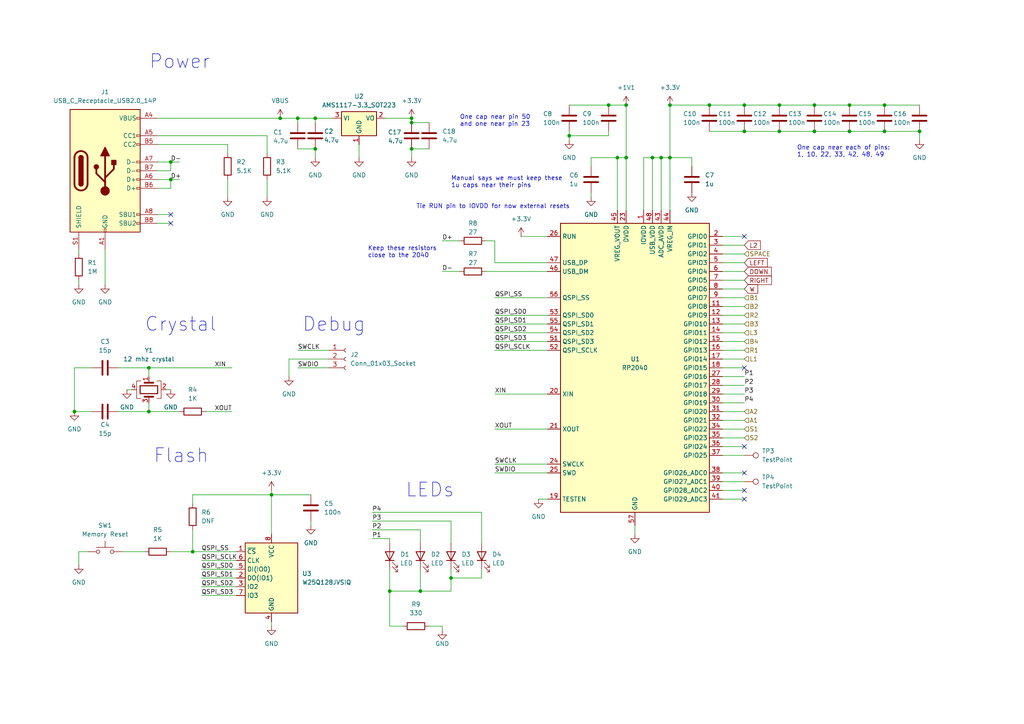
<source format=kicad_sch>
(kicad_sch (version 20231120) (generator "eeschema") (generator_version "8.0")
  (paper "A4")
  (lib_symbols
    (symbol "+3.3V_1" (power) (pin_numbers hide) (pin_names (offset 0) hide)
      (property "Value" "+3.3V" (at 0 3.556 0))
      (symbol "+3.3V_1_0_1"
        (polyline (pts (xy -0.762 1.27) (xy 0 2.54)))
        (polyline (pts (xy 0 0) (xy 0 2.54)))
        (polyline (pts (xy 0 2.54) (xy 0.762 1.27)))
      )
      (symbol "+3.3V_1_1_1"
        (pin power_in line (at 0 0 90) (length 0) (name "~") (number "1"))
      )
    )
    (symbol "Connector:Conn_01x03_Socket" (pin_names (offset 1.016) hide)
      (property "Reference" "J" (at 0 5.08 0))
      (property "Value" "Conn_01x03_Socket" (at 0 -5.08 0))
      (symbol "Conn_01x03_Socket_1_1"
        (arc (start 0 -2.032) (mid -0.5058 -2.54) (end 0 -3.048) (stroke (width 0.1524)))
        (polyline (pts (xy -1.27 -2.54) (xy -0.508 -2.54)) (stroke (width 0.1524)))
        (polyline (pts (xy -1.27 0) (xy -0.508 0)) (stroke (width 0.1524)))
        (polyline (pts (xy -1.27 2.54) (xy -0.508 2.54)) (stroke (width 0.1524)))
        (arc (start 0 0.508) (mid -0.5058 0) (end 0 -0.508) (stroke (width 0.1524)))
        (arc (start 0 3.048) (mid -0.5058 2.54) (end 0 2.032) (stroke (width 0.1524)))
        (pin passive line (at -5.08 2.54 0) (length 3.81) (name "Pin_1") (number "1"))
        (pin passive line (at -5.08 0 0) (length 3.81) (name "Pin_2") (number "2"))
        (pin passive line (at -5.08 -2.54 0) (length 3.81) (name "Pin_3") (number "3"))
      )
    )
    (symbol "Connector:TestPoint" (pin_numbers hide) (pin_names (offset 0.762) hide)
      (property "Reference" "TP" (at 0 6.858 0))
      (property "Value" "TestPoint" (at 0 5.08 0))
      (symbol "TestPoint_0_1"
        (circle (center 0 3.302) (radius 0.762))
      )
      (symbol "TestPoint_1_1"
        (pin passive line (at 0 0 90) (length 2.54) (name "1") (number "1"))
      )
    )
    (symbol "Connector:USB_C_Receptacle_USB2.0_16P" (pin_names (offset 1.016))
      (property "Reference" "J" (at 0 22.225 0))
      (property "Value" "USB_C_Receptacle_USB2.0_16P" (at 0 19.685 0))
      (symbol "USB_C_Receptacle_USB2.0_16P_0_0"
        (rectangle (start -0.254 -17.78) (end 0.254 -16.764))
        (rectangle (start 10.16 -14.986) (end 9.144 -15.494))
        (rectangle (start 10.16 -12.446) (end 9.144 -12.954))
        (rectangle (start 10.16 -4.826) (end 9.144 -5.334))
        (rectangle (start 10.16 -2.286) (end 9.144 -2.794))
        (rectangle (start 10.16 0.254) (end 9.144 -0.254))
        (rectangle (start 10.16 2.794) (end 9.144 2.286))
        (rectangle (start 10.16 7.874) (end 9.144 7.366))
        (rectangle (start 10.16 10.414) (end 9.144 9.906))
        (rectangle (start 10.16 15.494) (end 9.144 14.986))
      )
      (symbol "USB_C_Receptacle_USB2.0_16P_0_1"
        (rectangle (start -10.16 17.78) (end 10.16 -17.78) (stroke (width 0.254)) (fill (type background)))
        (arc (start -8.89 -3.81) (mid -6.985 -5.7067) (end -5.08 -3.81) (stroke (width 0.508)))
        (arc (start -7.62 -3.81) (mid -6.985 -4.4423) (end -6.35 -3.81) (stroke (width 0.254)))
        (arc (start -7.62 -3.81) (mid -6.985 -4.4423) (end -6.35 -3.81) (stroke (width 0.254)) (fill (type outline)))
        (rectangle (start -7.62 -3.81) (end -6.35 3.81) (stroke (width 0.254)) (fill (type outline)))
        (arc (start -6.35 3.81) (mid -6.985 4.4423) (end -7.62 3.81) (stroke (width 0.254)))
        (arc (start -6.35 3.81) (mid -6.985 4.4423) (end -7.62 3.81) (stroke (width 0.254)) (fill (type outline)))
        (arc (start -5.08 3.81) (mid -6.985 5.7067) (end -8.89 3.81) (stroke (width 0.508)))
        (circle (center -2.54 1.143) (radius 0.635) (stroke (width 0.254)) (fill (type outline)))
        (circle (center 0 -5.842) (radius 1.27) (fill (type outline)))
        (polyline (pts (xy -8.89 -3.81) (xy -8.89 3.81)) (stroke (width 0.508)))
        (polyline (pts (xy -5.08 3.81) (xy -5.08 -3.81)) (stroke (width 0.508)))
        (polyline (pts (xy 0 -5.842) (xy 0 4.318)) (stroke (width 0.508)))
        (polyline (pts (xy 0 -3.302) (xy -2.54 -0.762) (xy -2.54 0.508)) (stroke (width 0.508)))
        (polyline (pts (xy 0 -2.032) (xy 2.54 0.508) (xy 2.54 1.778)) (stroke (width 0.508)))
        (polyline (pts (xy -1.27 4.318) (xy 0 6.858) (xy 1.27 4.318) (xy -1.27 4.318)) (stroke (width 0.254)) (fill (type outline)))
        (rectangle (start 1.905 1.778) (end 3.175 3.048) (stroke (width 0.254)) (fill (type outline)))
      )
      (symbol "USB_C_Receptacle_USB2.0_16P_1_1"
        (pin passive line (at 0 -22.86 90) (length 5.08) (name "GND") (number "A1"))
        (pin passive line (at 0 -22.86 90) (length 5.08) hide (name "GND") (number "A12"))
        (pin passive line (at 15.24 15.24 180) (length 5.08) (name "VBUS") (number "A4"))
        (pin bidirectional line (at 15.24 10.16 180) (length 5.08) (name "CC1") (number "A5"))
        (pin bidirectional line (at 15.24 -2.54 180) (length 5.08) (name "D+") (number "A6"))
        (pin bidirectional line (at 15.24 2.54 180) (length 5.08) (name "D-") (number "A7"))
        (pin bidirectional line (at 15.24 -12.7 180) (length 5.08) (name "SBU1") (number "A8"))
        (pin passive line (at 15.24 15.24 180) (length 5.08) hide (name "VBUS") (number "A9"))
        (pin passive line (at 0 -22.86 90) (length 5.08) hide (name "GND") (number "B1"))
        (pin passive line (at 0 -22.86 90) (length 5.08) hide (name "GND") (number "B12"))
        (pin passive line (at 15.24 15.24 180) (length 5.08) hide (name "VBUS") (number "B4"))
        (pin bidirectional line (at 15.24 7.62 180) (length 5.08) (name "CC2") (number "B5"))
        (pin bidirectional line (at 15.24 -5.08 180) (length 5.08) (name "D+") (number "B6"))
        (pin bidirectional line (at 15.24 0 180) (length 5.08) (name "D-") (number "B7"))
        (pin bidirectional line (at 15.24 -15.24 180) (length 5.08) (name "SBU2") (number "B8"))
        (pin passive line (at 15.24 15.24 180) (length 5.08) hide (name "VBUS") (number "B9"))
        (pin passive line (at -7.62 -22.86 90) (length 5.08) (name "SHIELD") (number "S1"))
      )
    )
    (symbol "Device:C" (pin_numbers hide) (pin_names (offset 0.254))
      (property "Reference" "C" (at 0.635 2.54 0))
      (property "Value" "C" (at 0.635 -2.54 0))
      (symbol "C_0_1"
        (polyline (pts (xy -2.032 -0.762) (xy 2.032 -0.762)) (stroke (width 0.508)))
        (polyline (pts (xy -2.032 0.762) (xy 2.032 0.762)) (stroke (width 0.508)))
      )
      (symbol "C_1_1"
        (pin passive line (at 0 3.81 270) (length 2.794) (name "~") (number "1"))
        (pin passive line (at 0 -3.81 90) (length 2.794) (name "~") (number "2"))
      )
    )
    (symbol "Device:Crystal_GND24" (pin_names (offset 1.016) hide)
      (property "Reference" "Y" (at 3.175 5.08 0))
      (property "Value" "Crystal_GND24" (at 3.175 3.175 0))
      (symbol "Crystal_GND24_0_1"
        (rectangle (start -1.143 2.54) (end 1.143 -2.54) (stroke (width 0.3048)))
        (polyline (pts (xy -2.54 0) (xy -2.032 0)))
        (polyline (pts (xy -2.032 -1.27) (xy -2.032 1.27)) (stroke (width 0.508)))
        (polyline (pts (xy 0 -3.81) (xy 0 -3.556)))
        (polyline (pts (xy 0 3.556) (xy 0 3.81)))
        (polyline (pts (xy 2.032 -1.27) (xy 2.032 1.27)) (stroke (width 0.508)))
        (polyline (pts (xy 2.032 0) (xy 2.54 0)))
        (polyline (pts (xy -2.54 -2.286) (xy -2.54 -3.556) (xy 2.54 -3.556) (xy 2.54 -2.286)))
        (polyline (pts (xy -2.54 2.286) (xy -2.54 3.556) (xy 2.54 3.556) (xy 2.54 2.286)))
      )
      (symbol "Crystal_GND24_1_1"
        (pin passive line (at -3.81 0 0) (length 1.27) (name "1") (number "1"))
        (pin passive line (at 0 5.08 270) (length 1.27) (name "2") (number "2"))
        (pin passive line (at 3.81 0 180) (length 1.27) (name "3") (number "3"))
        (pin passive line (at 0 -5.08 90) (length 1.27) (name "4") (number "4"))
      )
    )
    (symbol "Device:LED" (pin_numbers hide) (pin_names (offset 1.016) hide)
      (property "Reference" "D" (at 0 2.54 0))
      (property "Value" "LED" (at 0 -2.54 0))
      (symbol "LED_0_1"
        (polyline (pts (xy -1.27 -1.27) (xy -1.27 1.27)) (stroke (width 0.254)))
        (polyline (pts (xy -1.27 0) (xy 1.27 0)))
        (polyline (pts (xy 1.27 -1.27) (xy 1.27 1.27) (xy -1.27 0) (xy 1.27 -1.27)) (stroke (width 0.254)))
        (polyline (pts (xy -3.048 -0.762) (xy -4.572 -2.286) (xy -3.81 -2.286) (xy -4.572 -2.286) (xy -4.572 -1.524)))
        (polyline (pts (xy -1.778 -0.762) (xy -3.302 -2.286) (xy -2.54 -2.286) (xy -3.302 -2.286) (xy -3.302 -1.524)))
      )
      (symbol "LED_1_1"
        (pin passive line (at -3.81 0 0) (length 2.54) (name "K") (number "1"))
        (pin passive line (at 3.81 0 180) (length 2.54) (name "A") (number "2"))
      )
    )
    (symbol "Device:R" (pin_numbers hide) (pin_names (offset 0))
      (property "Reference" "R" (at 2.032 0 90))
      (property "Value" "R" (at 0 0 90))
      (symbol "R_0_1"
        (rectangle (start -1.016 -2.54) (end 1.016 2.54) (stroke (width 0.254)))
      )
      (symbol "R_1_1"
        (pin passive line (at 0 3.81 270) (length 1.27) (name "~") (number "1"))
        (pin passive line (at 0 -3.81 90) (length 1.27) (name "~") (number "2"))
      )
    )
    (symbol "GND_2" (power) (pin_numbers hide) (pin_names (offset 0) hide)
      (property "Value" "GND" (at 0 -3.81 0))
      (symbol "GND_2_0_1"
        (polyline (pts (xy 0 0) (xy 0 -1.27) (xy 1.27 -1.27) (xy 0 -2.54) (xy -1.27 -1.27) (xy 0 -1.27)))
      )
      (symbol "GND_2_1_1"
        (pin power_in line (at 0 0 270) (length 0) (name "~") (number "1"))
      )
    )
    (symbol "MCU_RaspberryPi:RP2040"
      (property "Reference" "U" (at 17.78 45.72 0))
      (property "Value" "RP2040" (at 17.78 43.18 0))
      (symbol "RP2040_0_1"
        (rectangle (start -21.59 41.91) (end 21.59 -41.91) (stroke (width 0.254)) (fill (type background)))
      )
      (symbol "RP2040_1_1"
        (pin power_in line (at 2.54 45.72 270) (length 3.81) (name "IOVDD") (number "1"))
        (pin passive line (at 2.54 45.72 270) (length 3.81) hide (name "IOVDD") (number "10"))
        (pin bidirectional line (at 25.4 17.78 180) (length 3.81) (name "GPIO8") (number "11"))
        (pin bidirectional line (at 25.4 15.24 180) (length 3.81) (name "GPIO9") (number "12"))
        (pin bidirectional line (at 25.4 12.7 180) (length 3.81) (name "GPIO10") (number "13"))
        (pin bidirectional line (at 25.4 10.16 180) (length 3.81) (name "GPIO11") (number "14"))
        (pin bidirectional line (at 25.4 7.62 180) (length 3.81) (name "GPIO12") (number "15"))
        (pin bidirectional line (at 25.4 5.08 180) (length 3.81) (name "GPIO13") (number "16"))
        (pin bidirectional line (at 25.4 2.54 180) (length 3.81) (name "GPIO14") (number "17"))
        (pin bidirectional line (at 25.4 0 180) (length 3.81) (name "GPIO15") (number "18"))
        (pin input line (at -25.4 -38.1 0) (length 3.81) (name "TESTEN") (number "19"))
        (pin bidirectional line (at 25.4 38.1 180) (length 3.81) (name "GPIO0") (number "2"))
        (pin input line (at -25.4 -7.62 0) (length 3.81) (name "XIN") (number "20"))
        (pin passive line (at -25.4 -17.78 0) (length 3.81) (name "XOUT") (number "21"))
        (pin passive line (at 2.54 45.72 270) (length 3.81) hide (name "IOVDD") (number "22"))
        (pin power_in line (at -2.54 45.72 270) (length 3.81) (name "DVDD") (number "23"))
        (pin input line (at -25.4 -27.94 0) (length 3.81) (name "SWCLK") (number "24"))
        (pin bidirectional line (at -25.4 -30.48 0) (length 3.81) (name "SWD") (number "25"))
        (pin input line (at -25.4 38.1 0) (length 3.81) (name "RUN") (number "26"))
        (pin bidirectional line (at 25.4 -2.54 180) (length 3.81) (name "GPIO16") (number "27"))
        (pin bidirectional line (at 25.4 -5.08 180) (length 3.81) (name "GPIO17") (number "28"))
        (pin bidirectional line (at 25.4 -7.62 180) (length 3.81) (name "GPIO18") (number "29"))
        (pin bidirectional line (at 25.4 35.56 180) (length 3.81) (name "GPIO1") (number "3"))
        (pin bidirectional line (at 25.4 -10.16 180) (length 3.81) (name "GPIO19") (number "30"))
        (pin bidirectional line (at 25.4 -12.7 180) (length 3.81) (name "GPIO20") (number "31"))
        (pin bidirectional line (at 25.4 -15.24 180) (length 3.81) (name "GPIO21") (number "32"))
        (pin passive line (at 2.54 45.72 270) (length 3.81) hide (name "IOVDD") (number "33"))
        (pin bidirectional line (at 25.4 -17.78 180) (length 3.81) (name "GPIO22") (number "34"))
        (pin bidirectional line (at 25.4 -20.32 180) (length 3.81) (name "GPIO23") (number "35"))
        (pin bidirectional line (at 25.4 -22.86 180) (length 3.81) (name "GPIO24") (number "36"))
        (pin bidirectional line (at 25.4 -25.4 180) (length 3.81) (name "GPIO25") (number "37"))
        (pin bidirectional line (at 25.4 -30.48 180) (length 3.81) (name "GPIO26_ADC0") (number "38"))
        (pin bidirectional line (at 25.4 -33.02 180) (length 3.81) (name "GPIO27_ADC1") (number "39"))
        (pin bidirectional line (at 25.4 33.02 180) (length 3.81) (name "GPIO2") (number "4"))
        (pin bidirectional line (at 25.4 -35.56 180) (length 3.81) (name "GPIO28_ADC2") (number "40"))
        (pin bidirectional line (at 25.4 -38.1 180) (length 3.81) (name "GPIO29_ADC3") (number "41"))
        (pin passive line (at 2.54 45.72 270) (length 3.81) hide (name "IOVDD") (number "42"))
        (pin power_in line (at 7.62 45.72 270) (length 3.81) (name "ADC_AVDD") (number "43"))
        (pin power_in line (at 10.16 45.72 270) (length 3.81) (name "VREG_IN") (number "44"))
        (pin power_out line (at -5.08 45.72 270) (length 3.81) (name "VREG_VOUT") (number "45"))
        (pin bidirectional line (at -25.4 27.94 0) (length 3.81) (name "USB_DM") (number "46"))
        (pin bidirectional line (at -25.4 30.48 0) (length 3.81) (name "USB_DP") (number "47"))
        (pin power_in line (at 5.08 45.72 270) (length 3.81) (name "USB_VDD") (number "48"))
        (pin passive line (at 2.54 45.72 270) (length 3.81) hide (name "IOVDD") (number "49"))
        (pin bidirectional line (at 25.4 30.48 180) (length 3.81) (name "GPIO3") (number "5"))
        (pin passive line (at -2.54 45.72 270) (length 3.81) hide (name "DVDD") (number "50"))
        (pin bidirectional line (at -25.4 7.62 0) (length 3.81) (name "QSPI_SD3") (number "51"))
        (pin output line (at -25.4 5.08 0) (length 3.81) (name "QSPI_SCLK") (number "52"))
        (pin bidirectional line (at -25.4 15.24 0) (length 3.81) (name "QSPI_SD0") (number "53"))
        (pin bidirectional line (at -25.4 10.16 0) (length 3.81) (name "QSPI_SD2") (number "54"))
        (pin bidirectional line (at -25.4 12.7 0) (length 3.81) (name "QSPI_SD1") (number "55"))
        (pin bidirectional line (at -25.4 20.32 0) (length 3.81) (name "QSPI_SS") (number "56"))
        (pin power_in line (at 0 -45.72 90) (length 3.81) (name "GND") (number "57"))
        (pin bidirectional line (at 25.4 27.94 180) (length 3.81) (name "GPIO4") (number "6"))
        (pin bidirectional line (at 25.4 25.4 180) (length 3.81) (name "GPIO5") (number "7"))
        (pin bidirectional line (at 25.4 22.86 180) (length 3.81) (name "GPIO6") (number "8"))
        (pin bidirectional line (at 25.4 20.32 180) (length 3.81) (name "GPIO7") (number "9"))
      )
    )
    (symbol "Memory_Flash:W25Q32JVSS"
      (property "Reference" "U" (at -6.35 11.43 0))
      (property "Value" "W25Q32JVSS" (at 7.62 11.43 0))
      (symbol "W25Q32JVSS_0_1"
        (rectangle (start -7.62 10.16) (end 7.62 -10.16) (stroke (width 0.254)) (fill (type background)))
      )
      (symbol "W25Q32JVSS_1_1"
        (pin input line (at -10.16 7.62 0) (length 2.54) (name "~{CS}") (number "1"))
        (pin bidirectional line (at -10.16 0 0) (length 2.54) (name "DO(IO1)") (number "2"))
        (pin bidirectional line (at -10.16 -2.54 0) (length 2.54) (name "IO2") (number "3"))
        (pin power_in line (at 0 -12.7 90) (length 2.54) (name "GND") (number "4"))
        (pin bidirectional line (at -10.16 2.54 0) (length 2.54) (name "DI(IO0)") (number "5"))
        (pin input line (at -10.16 5.08 0) (length 2.54) (name "CLK") (number "6"))
        (pin bidirectional line (at -10.16 -5.08 0) (length 2.54) (name "IO3") (number "7"))
        (pin power_in line (at 0 12.7 270) (length 2.54) (name "VCC") (number "8"))
      )
    )
    (symbol "Regulator_Linear:NCP1117-3.3_SOT223"
      (property "Reference" "U" (at -3.81 3.175 0))
      (property "Value" "NCP1117-3.3_SOT223" (at 0 3.175 0))
      (symbol "NCP1117-3.3_SOT223_0_1"
        (rectangle (start -5.08 -5.08) (end 5.08 1.905) (stroke (width 0.254)) (fill (type background)))
      )
      (symbol "NCP1117-3.3_SOT223_1_1"
        (pin power_in line (at 0 -7.62 90) (length 2.54) (name "GND") (number "1"))
        (pin power_out line (at 7.62 0 180) (length 2.54) (name "VO") (number "2"))
        (pin power_in line (at -7.62 0 0) (length 2.54) (name "VI") (number "3"))
      )
    )
    (symbol "Switch:SW_Push" (pin_numbers hide) (pin_names (offset 1.016) hide)
      (property "Reference" "SW" (at 1.27 2.54 0))
      (property "Value" "SW_Push" (at 0 -1.524 0))
      (symbol "SW_Push_0_1"
        (circle (center -2.032 0) (radius 0.508))
        (polyline (pts (xy 0 1.27) (xy 0 3.048)))
        (polyline (pts (xy 2.54 1.27) (xy -2.54 1.27)))
        (circle (center 2.032 0) (radius 0.508))
        (pin passive line (at -5.08 0 0) (length 2.54) (name "1") (number "1"))
        (pin passive line (at 5.08 0 180) (length 2.54) (name "2") (number "2"))
      )
    )
    (symbol "power:+1V1" (power) (pin_names (offset 0))
      (property "Value" "+1V1" (at 0 3.556 0))
      (symbol "+1V1_0_1"
        (polyline (pts (xy -0.762 1.27) (xy 0 2.54)))
        (polyline (pts (xy 0 0) (xy 0 2.54)))
        (polyline (pts (xy 0 2.54) (xy 0.762 1.27)))
      )
      (symbol "+1V1_1_1"
        (pin power_in line (at 0 0 90) (length 0) hide (name "+1V1") (number "1"))
      )
    )
    (symbol "power:+3.3V" (power) (pin_names (offset 0))
      (property "Value" "+3.3V" (at 0 3.556 0))
      (symbol "+3.3V_0_1"
        (polyline (pts (xy -0.762 1.27) (xy 0 2.54)))
        (polyline (pts (xy 0 0) (xy 0 2.54)))
        (polyline (pts (xy 0 2.54) (xy 0.762 1.27)))
      )
      (symbol "+3.3V_1_1"
        (pin power_in line (at 0 0 90) (length 0) hide (name "+3.3V") (number "1"))
      )
    )
    (symbol "power:GND" (power) (pin_names (offset 0))
      (property "Value" "GND" (at 0 -3.81 0))
      (symbol "GND_0_1"
        (polyline (pts (xy 0 0) (xy 0 -1.27) (xy 1.27 -1.27) (xy 0 -2.54) (xy -1.27 -1.27) (xy 0 -1.27)))
      )
      (symbol "GND_1_1"
        (pin power_in line (at 0 0 270) (length 0) hide (name "GND") (number "1"))
      )
    )
    (symbol "power:VBUS" (power) (pin_names (offset 0))
      (property "Value" "VBUS" (at 0 3.81 0))
      (symbol "VBUS_0_1"
        (polyline (pts (xy -0.762 1.27) (xy 0 2.54)))
        (polyline (pts (xy 0 0) (xy 0 2.54)))
        (polyline (pts (xy 0 2.54) (xy 0.762 1.27)))
      )
      (symbol "VBUS_1_1"
        (pin power_in line (at 0 0 90) (length 0) hide (name "VBUS") (number "1"))
      )
    )
  )
  (junction (at 181.61 30.48))
  (junction (at 236.22 38.1))
  (junction (at 194.31 45.72))
  (junction (at 266.7 38.1))
  (junction (at 49.53 46.99))
  (junction (at 246.38 30.48))
  (junction (at 181.61 45.72))
  (junction (at 226.06 30.48))
  (junction (at 21.59 119.38))
  (junction (at 91.44 34.29))
  (junction (at 191.77 45.72))
  (junction (at 91.44 43.18))
  (junction (at 179.07 45.72))
  (junction (at 256.54 38.1))
  (junction (at 226.06 38.1))
  (junction (at 205.74 30.48))
  (junction (at 81.28 34.29))
  (junction (at 246.38 38.1))
  (junction (at 194.31 30.48))
  (junction (at 236.22 30.48))
  (junction (at 43.18 119.38))
  (junction (at 189.23 45.72))
  (junction (at 119.38 34.29))
  (junction (at 119.38 43.18))
  (junction (at 49.53 52.07))
  (junction (at 55.88 160.02))
  (junction (at 176.53 30.48))
  (junction (at 215.9 30.48))
  (junction (at 119.38 35.56))
  (junction (at 78.74 143.51))
  (junction (at 215.9 38.1))
  (junction (at 43.18 106.68))
  (junction (at 256.54 30.48))
  (junction (at 130.81 167.64))
  (junction (at 165.1 39.37))
  (junction (at 121.92 171.45))
  (junction (at 86.36 34.29))
  (junction (at 113.03 171.45))
  (no_connect (at 215.9 144.78))
  (no_connect (at 49.53 64.77))
  (no_connect (at 215.9 129.54))
  (no_connect (at 215.9 106.68))
  (no_connect (at 215.9 142.24))
  (no_connect (at 215.9 137.16))
  (no_connect (at 215.9 68.58))
  (no_connect (at 49.53 62.23))
  (wire (pts (xy 246.38 30.48) (xy 256.54 30.48)))
  (wire (pts (xy 209.55 139.7) (xy 215.9 139.7)))
  (wire (pts (xy 119.38 43.18) (xy 124.46 43.18)))
  (wire (pts (xy 58.42 167.64) (xy 68.58 167.64)))
  (wire (pts (xy 165.1 39.37) (xy 165.1 40.64)))
  (wire (pts (xy 143.51 134.62) (xy 158.75 134.62)))
  (wire (pts (xy 119.38 35.56) (xy 119.38 34.29)))
  (wire (pts (xy 78.74 180.34) (xy 78.74 181.61)))
  (wire (pts (xy 143.51 86.36) (xy 158.75 86.36)))
  (wire (pts (xy 34.29 106.68) (xy 43.18 106.68)))
  (wire (pts (xy 49.53 49.53) (xy 49.53 46.99)))
  (wire (pts (xy 176.53 38.1) (xy 176.53 39.37)))
  (wire (pts (xy 104.14 41.91) (xy 104.14 45.72)))
  (wire (pts (xy 91.44 43.18) (xy 91.44 45.72)))
  (wire (pts (xy 143.51 114.3) (xy 158.75 114.3)))
  (wire (pts (xy 209.55 101.6) (xy 215.9 101.6)))
  (wire (pts (xy 140.97 78.74) (xy 158.75 78.74)))
  (wire (pts (xy 189.23 45.72) (xy 191.77 45.72)))
  (wire (pts (xy 45.72 54.61) (xy 49.53 54.61)))
  (wire (pts (xy 143.51 99.06) (xy 158.75 99.06)))
  (wire (pts (xy 158.75 76.2) (xy 143.51 76.2)))
  (wire (pts (xy 130.81 151.13) (xy 130.81 157.48)))
  (wire (pts (xy 128.27 181.61) (xy 128.27 182.88)))
  (wire (pts (xy 45.72 49.53) (xy 49.53 49.53)))
  (wire (pts (xy 128.27 69.85) (xy 133.35 69.85)))
  (wire (pts (xy 45.72 64.77) (xy 49.53 64.77)))
  (wire (pts (xy 139.7 165.1) (xy 139.7 167.64)))
  (wire (pts (xy 77.47 52.07) (xy 77.47 57.15)))
  (wire (pts (xy 130.81 167.64) (xy 130.81 171.45)))
  (wire (pts (xy 156.21 144.78) (xy 158.75 144.78)))
  (wire (pts (xy 34.29 119.38) (xy 43.18 119.38)))
  (wire (pts (xy 209.55 144.78) (xy 215.9 144.78)))
  (wire (pts (xy 256.54 38.1) (xy 266.7 38.1)))
  (wire (pts (xy 194.31 45.72) (xy 194.31 60.96)))
  (wire (pts (xy 209.55 104.14) (xy 215.9 104.14)))
  (wire (pts (xy 209.55 71.12) (xy 215.9 71.12)))
  (wire (pts (xy 43.18 119.38) (xy 52.07 119.38)))
  (wire (pts (xy 66.04 52.07) (xy 66.04 57.15)))
  (wire (pts (xy 45.72 52.07) (xy 49.53 52.07)))
  (wire (pts (xy 91.44 34.29) (xy 91.44 35.56)))
  (wire (pts (xy 209.55 111.76) (xy 215.9 111.76)))
  (wire (pts (xy 209.55 121.92) (xy 215.9 121.92)))
  (wire (pts (xy 186.69 45.72) (xy 189.23 45.72)))
  (wire (pts (xy 209.55 106.68) (xy 215.9 106.68)))
  (wire (pts (xy 95.25 104.14) (xy 83.82 104.14)))
  (wire (pts (xy 86.36 34.29) (xy 91.44 34.29)))
  (wire (pts (xy 119.38 43.18) (xy 119.38 45.72)))
  (wire (pts (xy 66.04 41.91) (xy 66.04 44.45)))
  (wire (pts (xy 194.31 30.48) (xy 194.31 45.72)))
  (wire (pts (xy 209.55 73.66) (xy 215.9 73.66)))
  (wire (pts (xy 45.72 39.37) (xy 77.47 39.37)))
  (wire (pts (xy 181.61 30.48) (xy 181.61 45.72)))
  (wire (pts (xy 130.81 165.1) (xy 130.81 167.64)))
  (wire (pts (xy 86.36 34.29) (xy 86.36 35.56)))
  (wire (pts (xy 181.61 45.72) (xy 181.61 60.96)))
  (wire (pts (xy 35.56 160.02) (xy 41.91 160.02)))
  (wire (pts (xy 209.55 68.58) (xy 215.9 68.58)))
  (wire (pts (xy 209.55 109.22) (xy 215.9 109.22)))
  (wire (pts (xy 143.51 93.98) (xy 158.75 93.98)))
  (wire (pts (xy 194.31 45.72) (xy 200.66 45.72)))
  (wire (pts (xy 143.51 137.16) (xy 158.75 137.16)))
  (wire (pts (xy 209.55 86.36) (xy 215.9 86.36)))
  (wire (pts (xy 209.55 78.74) (xy 215.9 78.74)))
  (wire (pts (xy 143.51 69.85) (xy 143.51 76.2)))
  (wire (pts (xy 143.51 101.6) (xy 158.75 101.6)))
  (wire (pts (xy 165.1 39.37) (xy 176.53 39.37)))
  (wire (pts (xy 179.07 45.72) (xy 179.07 60.96)))
  (wire (pts (xy 226.06 38.1) (xy 236.22 38.1)))
  (wire (pts (xy 124.46 181.61) (xy 128.27 181.61)))
  (wire (pts (xy 209.55 81.28) (xy 215.9 81.28)))
  (wire (pts (xy 209.55 83.82) (xy 215.9 83.82)))
  (wire (pts (xy 78.74 142.24) (xy 78.74 143.51)))
  (wire (pts (xy 151.13 68.58) (xy 158.75 68.58)))
  (wire (pts (xy 256.54 30.48) (xy 266.7 30.48)))
  (wire (pts (xy 189.23 45.72) (xy 189.23 60.96)))
  (wire (pts (xy 209.55 114.3) (xy 215.9 114.3)))
  (wire (pts (xy 45.72 46.99) (xy 49.53 46.99)))
  (wire (pts (xy 21.59 106.68) (xy 26.67 106.68)))
  (wire (pts (xy 83.82 104.14) (xy 83.82 109.22)))
  (wire (pts (xy 49.53 54.61) (xy 49.53 52.07)))
  (wire (pts (xy 43.18 119.38) (xy 43.18 116.84)))
  (wire (pts (xy 113.03 171.45) (xy 121.92 171.45)))
  (wire (pts (xy 215.9 38.1) (xy 226.06 38.1)))
  (wire (pts (xy 158.75 124.46) (xy 143.51 124.46)))
  (wire (pts (xy 165.1 30.48) (xy 176.53 30.48)))
  (wire (pts (xy 215.9 30.48) (xy 226.06 30.48)))
  (wire (pts (xy 113.03 165.1) (xy 113.03 171.45)))
  (wire (pts (xy 22.86 160.02) (xy 25.4 160.02)))
  (wire (pts (xy 49.53 46.99) (xy 52.07 46.99)))
  (wire (pts (xy 184.15 152.4) (xy 184.15 154.94)))
  (wire (pts (xy 22.86 81.28) (xy 22.86 82.55)))
  (wire (pts (xy 209.55 99.06) (xy 215.9 99.06)))
  (wire (pts (xy 128.27 78.74) (xy 133.35 78.74)))
  (wire (pts (xy 21.59 119.38) (xy 26.67 119.38)))
  (wire (pts (xy 179.07 45.72) (xy 171.45 45.72)))
  (wire (pts (xy 91.44 34.29) (xy 96.52 34.29)))
  (wire (pts (xy 116.84 181.61) (xy 113.03 181.61)))
  (wire (pts (xy 113.03 156.21) (xy 113.03 157.48)))
  (wire (pts (xy 48.26 113.03) (xy 49.53 113.03)))
  (wire (pts (xy 266.7 38.1) (xy 266.7 40.64)))
  (wire (pts (xy 78.74 143.51) (xy 78.74 154.94)))
  (wire (pts (xy 209.55 116.84) (xy 215.9 116.84)))
  (wire (pts (xy 45.72 62.23) (xy 49.53 62.23)))
  (wire (pts (xy 30.48 72.39) (xy 30.48 82.55)))
  (wire (pts (xy 58.42 165.1) (xy 68.58 165.1)))
  (wire (pts (xy 181.61 45.72) (xy 179.07 45.72)))
  (wire (pts (xy 209.55 88.9) (xy 215.9 88.9)))
  (wire (pts (xy 36.83 113.03) (xy 38.1 113.03)))
  (wire (pts (xy 49.53 52.07) (xy 52.07 52.07)))
  (wire (pts (xy 209.55 76.2) (xy 215.9 76.2)))
  (wire (pts (xy 209.55 142.24) (xy 215.9 142.24)))
  (wire (pts (xy 49.53 160.02) (xy 55.88 160.02)))
  (wire (pts (xy 45.72 34.29) (xy 81.28 34.29)))
  (wire (pts (xy 107.95 156.21) (xy 113.03 156.21)))
  (wire (pts (xy 143.51 91.44) (xy 158.75 91.44)))
  (wire (pts (xy 121.92 153.67) (xy 121.92 157.48)))
  (wire (pts (xy 107.95 151.13) (xy 130.81 151.13)))
  (wire (pts (xy 143.51 96.52) (xy 158.75 96.52)))
  (wire (pts (xy 86.36 43.18) (xy 91.44 43.18)))
  (wire (pts (xy 140.97 69.85) (xy 143.51 69.85)))
  (wire (pts (xy 55.88 143.51) (xy 78.74 143.51)))
  (wire (pts (xy 191.77 45.72) (xy 194.31 45.72)))
  (wire (pts (xy 209.55 93.98) (xy 215.9 93.98)))
  (wire (pts (xy 121.92 165.1) (xy 121.92 171.45)))
  (wire (pts (xy 121.92 171.45) (xy 130.81 171.45)))
  (wire (pts (xy 209.55 124.46) (xy 215.9 124.46)))
  (wire (pts (xy 90.17 151.13) (xy 90.17 152.4)))
  (wire (pts (xy 22.86 160.02) (xy 22.86 163.83)))
  (wire (pts (xy 119.38 35.56) (xy 124.46 35.56)))
  (wire (pts (xy 209.55 132.08) (xy 215.9 132.08)))
  (wire (pts (xy 58.42 172.72) (xy 68.58 172.72)))
  (wire (pts (xy 236.22 38.1) (xy 246.38 38.1)))
  (wire (pts (xy 43.18 106.68) (xy 43.18 109.22)))
  (wire (pts (xy 43.18 106.68) (xy 67.31 106.68)))
  (wire (pts (xy 236.22 30.48) (xy 246.38 30.48)))
  (wire (pts (xy 165.1 38.1) (xy 165.1 39.37)))
  (wire (pts (xy 81.28 34.29) (xy 86.36 34.29)))
  (wire (pts (xy 226.06 30.48) (xy 236.22 30.48)))
  (wire (pts (xy 186.69 60.96) (xy 186.69 45.72)))
  (wire (pts (xy 21.59 119.38) (xy 21.59 106.68)))
  (wire (pts (xy 107.95 148.59) (xy 139.7 148.59)))
  (wire (pts (xy 45.72 41.91) (xy 66.04 41.91)))
  (wire (pts (xy 55.88 146.05) (xy 55.88 143.51)))
  (wire (pts (xy 58.42 162.56) (xy 68.58 162.56)))
  (wire (pts (xy 58.42 170.18) (xy 68.58 170.18)))
  (wire (pts (xy 22.86 72.39) (xy 22.86 73.66)))
  (wire (pts (xy 209.55 127) (xy 215.9 127)))
  (wire (pts (xy 139.7 167.64) (xy 130.81 167.64)))
  (wire (pts (xy 86.36 101.6) (xy 95.25 101.6)))
  (wire (pts (xy 107.95 153.67) (xy 121.92 153.67)))
  (wire (pts (xy 200.66 48.26) (xy 200.66 45.72)))
  (wire (pts (xy 55.88 160.02) (xy 68.58 160.02)))
  (wire (pts (xy 209.55 137.16) (xy 215.9 137.16)))
  (wire (pts (xy 55.88 153.67) (xy 55.88 160.02)))
  (wire (pts (xy 171.45 55.88) (xy 171.45 57.15)))
  (wire (pts (xy 209.55 119.38) (xy 215.9 119.38)))
  (wire (pts (xy 86.36 106.68) (xy 95.25 106.68)))
  (wire (pts (xy 246.38 38.1) (xy 256.54 38.1)))
  (wire (pts (xy 113.03 171.45) (xy 113.03 181.61)))
  (wire (pts (xy 176.53 30.48) (xy 181.61 30.48)))
  (wire (pts (xy 78.74 143.51) (xy 90.17 143.51)))
  (wire (pts (xy 205.74 30.48) (xy 215.9 30.48)))
  (wire (pts (xy 139.7 148.59) (xy 139.7 157.48)))
  (wire (pts (xy 191.77 45.72) (xy 191.77 60.96)))
  (wire (pts (xy 209.55 91.44) (xy 215.9 91.44)))
  (wire (pts (xy 59.69 119.38) (xy 67.31 119.38)))
  (wire (pts (xy 194.31 30.48) (xy 205.74 30.48)))
  (wire (pts (xy 171.45 45.72) (xy 171.45 48.26)))
  (wire (pts (xy 209.55 96.52) (xy 215.9 96.52)))
  (wire (pts (xy 209.55 129.54) (xy 215.9 129.54)))
  (wire (pts (xy 205.74 38.1) (xy 215.9 38.1)))
  (wire (pts (xy 77.47 39.37) (xy 77.47 44.45)))
  (wire (pts (xy 111.76 34.29) (xy 119.38 34.29)))
  (text "Crystal" (at 41.91 96.52 0) (effects (font (size 4 4)) (justify left bottom)))
  (text "Keep these resistors\nclose to the 2040" (at 106.68 74.93 0) (effects (font (size 1.27 1.27)) (justify left bottom)))
  (text "Flash" (at 44.45 134.62 0) (effects (font (size 4 4)) (justify left bottom)))
  (text "Tie RUN pin to IOVDD for now external resets" (at 143.002 59.944 0) (effects (font (size 1.27 1.27))))
  (text "Debug" (at 87.63 96.52 0) (effects (font (size 4 4)) (justify left bottom)))
  (text "One cap near each of pins:\n1, 10, 22, 33, 42, 48, 49" (at 231.14 45.72 0) (effects (font (size 1.27 1.27)) (justify left bottom)))
  (text "Manual says we must keep these \n1u caps near their pins" (at 130.81 54.61 0) (effects (font (size 1.27 1.27)) (justify left bottom)))
  (text "One cap near pin 50\nand one near pin 23" (at 133.35 36.83 0) (effects (font (size 1.27 1.27)) (justify left bottom)))
  (text "LEDs" (at 124.714 142.24 0) (effects (font (size 4 4))))
  (text "Power" (at 43.18 20.32 0) (effects (font (size 4 4)) (justify left bottom)))
  (label "P2" (at 107.95 153.67 0))
  (label "QSPI_SS" (at 143.51 86.36 0))
  (label "D+" (at 49.53 52.07 0))
  (label "SWCLK" (at 143.51 134.62 0))
  (label "QSPI_SD0" (at 143.51 91.44 0))
  (label "QSPI_SS" (at 58.42 160.02 0))
  (label "D-" (at 49.53 46.99 0))
  (label "P2" (at 215.9 111.76 0))
  (label "P4" (at 107.95 148.59 0))
  (label "QSPI_SD2" (at 58.42 170.18 0))
  (label "QSPI_SD1" (at 58.42 167.64 0))
  (label "XIN" (at 62.23 106.68 0))
  (label "QSPI_SD2" (at 143.51 96.52 0))
  (label "SWDIO" (at 143.51 137.16 0))
  (label "XOUT" (at 62.23 119.38 0))
  (label "SWDIO" (at 86.36 106.68 0))
  (label "QSPI_SD0" (at 58.42 165.1 0))
  (label "D+" (at 128.27 69.85 0))
  (label "QSPI_SCLK" (at 58.42 162.56 0))
  (label "XIN" (at 143.51 114.3 0))
  (label "SWCLK" (at 86.36 101.6 0))
  (label "QSPI_SCLK" (at 143.51 101.6 0))
  (label "P3" (at 107.95 151.13 0))
  (label "P3" (at 215.9 114.3 0))
  (label "P4" (at 215.9 116.84 0))
  (label "QSPI_SD3" (at 58.42 172.72 0))
  (label "D-" (at 128.27 78.74 0))
  (label "QSPI_SD1" (at 143.51 93.98 0))
  (label "P1" (at 215.9 109.22 0))
  (label "P1" (at 107.95 156.21 0))
  (label "XOUT" (at 143.51 124.46 0))
  (label "QSPI_SD3" (at 143.51 99.06 0))
  (global_label "W" (shape input) (at 215.9 83.82 0) (property "Intersheetrefs" "${INTERSHEET_REFS}" (effects (hide yes))))
  (global_label "L2" (shape input) (at 215.9 71.12 0) (property "Intersheetrefs" "${INTERSHEET_REFS}" (effects (hide yes))))
  (global_label "DOWN" (shape input) (at 215.9 78.74 0) (property "Intersheetrefs" "${INTERSHEET_REFS}" (effects (hide yes))))
  (global_label "LEFT" (shape input) (at 215.9 76.2 0) (property "Intersheetrefs" "${INTERSHEET_REFS}" (effects (hide yes))))
  (global_label "RIGHT" (shape input) (at 215.9 81.28 0) (property "Intersheetrefs" "${INTERSHEET_REFS}" (effects (hide yes))))
  (hierarchical_label "B1" (shape input) (at 215.9 86.36 0))
  (hierarchical_label "R2" (shape input) (at 215.9 91.44 0))
  (hierarchical_label "B2" (shape input) (at 215.9 88.9 0))
  (hierarchical_label "S2" (shape input) (at 215.9 127 0))
  (hierarchical_label "B3" (shape input) (at 215.9 93.98 0))
  (hierarchical_label "B4" (shape input) (at 215.9 99.06 0))
  (hierarchical_label "R1" (shape input) (at 215.9 101.6 0))
  (hierarchical_label "A1" (shape input) (at 215.9 121.92 0))
  (hierarchical_label "L1" (shape input) (at 215.9 104.14 0))
  (hierarchical_label "S1" (shape input) (at 215.9 124.46 0))
  (hierarchical_label "A2" (shape input) (at 215.9 119.38 0))
  (hierarchical_label "L3" (shape input) (at 215.9 96.52 0))
  (hierarchical_label "SPACE" (shape input) (at 215.9 73.66 0))
  (symbol (lib_id "power:+3.3V") (at 119.38 34.29 0) (unit 1)
    (property "Reference" "#PWR05" (effects (hide yes)))
    (property "Value" "+3.3V" (at 119.38 29.21 0))
  )
  (symbol (lib_id "power:GND") (at 22.86 82.55 0) (unit 1)
    (property "Reference" "#PWR06" (effects (hide yes)))
    (property "Value" "GND" (at 22.86 87.63 0))
  )
  (symbol (lib_id "power:+3.3V") (at 78.74 142.24 0) (unit 1)
    (property "Reference" "#PWR015" (effects (hide yes)))
    (property "Value" "+3.3V" (at 78.74 137.16 0))
  )
  (symbol (lib_id "Connector:TestPoint") (at 215.9 139.7 270) (unit 1) (in_bom no)
    (property "Reference" "TP4" (at 220.98 138.4299 90) (effects (justify left)))
    (property "Value" "TestPoint" (at 220.98 140.9699 90) (effects (justify left)))
    (property "Footprint" "TestPoint:TestPoint_Pad_D1.0mm" (effects (hide yes)))
    (property "Description" "test point" (effects (hide yes)))
  )
  (symbol (lib_id "power:GND") (at 90.17 152.4 0) (unit 1)
    (property "Reference" "#PWR014" (effects (hide yes)))
    (property "Value" "GND" (at 90.17 157.48 0))
  )
  (symbol (lib_id "power:GND") (at 171.45 57.15 0) (unit 1)
    (property "Reference" "#PWR020" (effects (hide yes)))
    (property "Value" "GND" (at 171.45 62.23 0))
  )
  (symbol (lib_id "power:GND") (at 156.21 144.78 0) (unit 1)
    (property "Reference" "#PWR017" (effects (hide yes)))
    (property "Value" "GND" (at 156.21 149.86 0))
  )
  (symbol (lib_id "Device:R") (at 22.86 77.47 0) (unit 1)
    (property "Reference" "R1" (at 25.4 76.2 0) (effects (justify left)))
    (property "Value" "1M" (at 25.4 78.74 0) (effects (justify left)))
    (property "Footprint" "Resistor_SMD:R_0402_1005Metric" (effects (hide yes)))
    (property "LCSC" "C26083" (effects (hide yes)))
  )
  (symbol (lib_id "Device:C") (at 91.44 39.37 0) (unit 1)
    (property "Reference" "C2" (at 93.98 38.1 0) (effects (justify left)))
    (property "Value" "4.7u" (at 93.98 40.64 0) (effects (justify left)))
    (property "Footprint" "Capacitor_SMD:C_0402_1005Metric" (effects (hide yes)))
    (property "LCSC" "C23733" (effects (hide yes)))
  )
  (symbol (lib_id "power:GND") (at 165.1 40.64 0) (unit 1)
    (property "Reference" "#PWR023" (effects (hide yes)))
    (property "Value" "GND" (at 165.1 45.72 0))
  )
  (symbol (lib_id "Device:C") (at 205.74 34.29 0) (unit 1)
    (property "Reference" "C10" (at 198.12 33.02 0) (effects (justify left)))
    (property "Value" "100n" (at 198.12 35.56 0) (effects (justify left)))
    (property "Footprint" "Capacitor_SMD:C_0402_1005Metric" (effects (hide yes)))
    (property "LCSC" "C1525" (effects (hide yes)))
  )
  (symbol (lib_id "Device:R") (at 137.16 69.85 90) (unit 1)
    (property "Reference" "R8" (at 137.16 64.77 90))
    (property "Value" "27" (at 137.16 67.31 90))
    (property "Footprint" "Resistor_SMD:R_0402_1005Metric" (effects (hide yes)))
    (property "LCSC" "C25190" (effects (hide yes)))
  )
  (symbol (lib_id "Device:Crystal_GND24") (at 43.18 113.03 270) (unit 1)
    (property "Reference" "Y1" (at 43.18 101.6 90))
    (property "Value" "12 mhz crystal" (at 43.18 104.14 90))
    (property "Footprint" "Crystal:Crystal_SMD_3225-4Pin_3.2x2.5mm" (effects (hide yes)))
    (property "LCSC" "C9002" (effects (hide yes)))
  )
  (symbol (lib_id "Device:C") (at 246.38 34.29 0) (unit 1)
    (property "Reference" "C14" (at 238.76 33.02 0) (effects (justify left)))
    (property "Value" "100n" (at 238.76 35.56 0) (effects (justify left)))
    (property "Footprint" "Capacitor_SMD:C_0402_1005Metric" (effects (hide yes)))
    (property "LCSC" "C1525" (effects (hide yes)))
  )
  (symbol (lib_id "power:VBUS") (at 81.28 34.29 0) (unit 1)
    (property "Reference" "#PWR04" (effects (hide yes)))
    (property "Value" "VBUS" (at 81.28 29.21 0))
  )
  (symbol (lib_id "Device:C") (at 30.48 106.68 90) (unit 1)
    (property "Reference" "C3" (at 30.48 99.06 90))
    (property "Value" "15p" (at 30.48 101.6 90))
    (property "Footprint" "Capacitor_SMD:C_0402_1005Metric" (effects (hide yes)))
    (property "LCSC" "C1548" (effects (hide yes)))
  )
  (symbol (lib_id "Device:C") (at 200.66 52.07 0) (unit 1)
    (property "Reference" "C7" (at 204.47 50.8 0) (effects (justify left)))
    (property "Value" "1u" (at 204.47 53.34 0) (effects (justify left)))
    (property "Footprint" "Capacitor_SMD:C_0402_1005Metric" (effects (hide yes)))
    (property "LCSC" "C52923" (effects (hide yes)))
  )
  (symbol (lib_id "Device:C") (at 90.17 147.32 0) (unit 1)
    (property "Reference" "C5" (at 93.98 146.05 0) (effects (justify left)))
    (property "Value" "100n" (at 93.98 148.59 0) (effects (justify left)))
    (property "Footprint" "Capacitor_SMD:C_0402_1005Metric" (effects (hide yes)))
    (property "LCSC" "C1525" (effects (hide yes)))
  )
  (symbol (lib_id "power:GND") (at 21.59 119.38 0) (unit 1)
    (property "Reference" "#PWR010" (effects (hide yes)))
    (property "Value" "GND" (at 21.59 124.46 0))
  )
  (symbol (lib_id "Device:R") (at 55.88 119.38 90) (unit 1)
    (property "Reference" "R4" (at 55.88 113.03 90))
    (property "Value" "1K" (at 55.88 115.57 90))
    (property "Footprint" "Resistor_SMD:R_0402_1005Metric" (effects (hide yes)))
    (property "LCSC" "C11702" (effects (hide yes)))
  )
  (symbol (lib_id "Device:C") (at 226.06 34.29 0) (unit 1)
    (property "Reference" "C12" (at 218.44 33.02 0) (effects (justify left)))
    (property "Value" "100n" (at 218.44 35.56 0) (effects (justify left)))
    (property "Footprint" "Capacitor_SMD:C_0402_1005Metric" (effects (hide yes)))
    (property "LCSC" "C1525" (effects (hide yes)))
  )
  (symbol (lib_id "Device:LED") (at 139.7 161.29 90) (unit 1)
    (property "Reference" "D4" (at 142.748 160.782 90) (effects (justify right)))
    (property "Value" "LED" (at 142.748 163.322 90) (effects (justify right)))
    (property "Footprint" "LED_SMD:LED_0603_1608Metric" (effects (hide yes)))
    (property "Description" "Light emitting diode" (effects (hide yes)))
  )
  (symbol (lib_id "Device:C") (at 86.36 39.37 0) (unit 1)
    (property "Reference" "C1" (at 79.248 38.354 0) (effects (justify left)))
    (property "Value" "4.7u" (at 79.248 40.894 0) (effects (justify left)))
    (property "Footprint" "Capacitor_SMD:C_0402_1005Metric" (effects (hide yes)))
    (property "LCSC" "C23733" (effects (hide yes)))
  )
  (symbol (lib_id "Device:C") (at 119.38 39.37 0) (unit 1)
    (property "Reference" "C17" (at 112.522 38.354 0) (effects (justify left)))
    (property "Value" "4.7u" (at 112.522 40.894 0) (effects (justify left)))
    (property "Footprint" "Capacitor_SMD:C_0402_1005Metric" (effects (hide yes)))
    (property "LCSC" "C23733" (effects (hide yes)))
  )
  (symbol (lib_id "Connector:Conn_01x03_Socket") (at 100.33 104.14 0) (unit 1) (in_bom no)
    (property "Reference" "J2" (at 101.6 102.87 0) (effects (justify left)))
    (property "Value" "Conn_01x03_Socket" (at 101.6 105.41 0) (effects (justify left)))
    (property "Footprint" "Fightstick_Library:Debug_Points" (effects (hide yes)))
  )
  (symbol (lib_id "MCU_RaspberryPi:RP2040") (at 184.15 106.68 0) (unit 1)
    (property "Reference" "U1" (at 182.88 104.14 0) (effects (justify left)))
    (property "Value" "RP2040" (at 180.34 106.68 0) (effects (justify left)))
    (property "Footprint" "Package_DFN_QFN:QFN-56-1EP_7x7mm_P0.4mm_EP3.2x3.2mm" (effects (hide yes)))
    (property "Datasheet" "https://datasheets.raspberrypi.com/rp2040/rp2040-datasheet.pdf" (effects (hide yes)))
    (property "LCSC" "C2040" (effects (hide yes)))
  )
  (symbol (lib_id "Device:C") (at 215.9 34.29 0) (unit 1)
    (property "Reference" "C11" (at 208.28 33.02 0) (effects (justify left)))
    (property "Value" "100n" (at 208.28 35.56 0) (effects (justify left)))
    (property "Footprint" "Capacitor_SMD:C_0402_1005Metric" (effects (hide yes)))
    (property "LCSC" "C1525" (effects (hide yes)))
  )
  (symbol (lib_id "Regulator_Linear:NCP1117-3.3_SOT223") (at 104.14 34.29 0) (unit 1)
    (property "Reference" "U2" (at 104.14 27.94 0))
    (property "Value" "AMS1117-3.3_SOT223" (at 104.14 30.48 0))
    (property "Footprint" "Package_TO_SOT_SMD:SOT-223-3_TabPin2" (effects (hide yes)))
    (property "Datasheet" "http://www.onsemi.com/pub_link/Collateral/NCP1117-D.PDF" (effects (hide yes)))
    (property "LCSC" "C6186" (effects (hide yes)))
  )
  (symbol (lib_id "Device:R") (at 137.16 78.74 90) (unit 1)
    (property "Reference" "R7" (at 137.16 73.66 90))
    (property "Value" "27" (at 137.16 76.2 90))
    (property "Footprint" "Resistor_SMD:R_0402_1005Metric" (effects (hide yes)))
    (property "LCSC" "C25190" (effects (hide yes)))
  )
  (symbol (lib_name "GND_2") (lib_id "power:GND") (at 128.27 182.88 0) (unit 1)
    (property "Reference" "#PWR055" (effects (hide yes)))
    (property "Value" "GND" (at 128.27 186.69 0))
    (property "Description" "Power symbol creates a global label with name \"GND\" , ground" (effects (hide yes)))
  )
  (symbol (lib_id "Device:C") (at 236.22 34.29 0) (unit 1)
    (property "Reference" "C13" (at 228.6 33.02 0) (effects (justify left)))
    (property "Value" "100n" (at 228.6 35.56 0) (effects (justify left)))
    (property "Footprint" "Capacitor_SMD:C_0402_1005Metric" (effects (hide yes)))
    (property "LCSC" "C1525" (effects (hide yes)))
  )
  (symbol (lib_id "Connector:USB_C_Receptacle_USB2.0_16P") (at 30.48 49.53 0) (unit 1)
    (property "Reference" "J1" (at 30.48 26.67 0))
    (property "Value" "USB_C_Receptacle_USB2.0_14P" (at 30.48 29.21 0))
    (property "Footprint" "Fightstick_Library:USB_C_Receptacle_U262-161N-4BVC11" (effects (hide yes)))
    (property "Datasheet" "https://www.usb.org/sites/default/files/documents/usb_type-c.zip" (effects (hide yes)))
    (property "Description" "USB 2.0-only 16P Type-C Receptacle connector" (effects (hide yes)))
    (property "LCSC" "C6332272" (effects (hide yes)))
  )
  (symbol (lib_id "power:+3.3V") (at 194.31 30.48 0) (unit 1)
    (property "Reference" "#PWR024" (effects (hide yes)))
    (property "Value" "+3.3V" (at 194.31 25.4 0))
  )
  (symbol (lib_id "power:GND") (at 91.44 45.72 0) (unit 1)
    (property "Reference" "#PWR03" (effects (hide yes)))
    (property "Value" "GND" (at 91.44 50.8 0))
  )
  (symbol (lib_id "power:GND") (at 30.48 82.55 0) (unit 1)
    (property "Reference" "#PWR07" (effects (hide yes)))
    (property "Value" "GND" (at 30.48 87.63 0))
  )
  (symbol (lib_id "Device:C") (at 256.54 34.29 0) (unit 1)
    (property "Reference" "C15" (at 248.92 33.02 0) (effects (justify left)))
    (property "Value" "100n" (at 248.92 35.56 0) (effects (justify left)))
    (property "Footprint" "Capacitor_SMD:C_0402_1005Metric" (effects (hide yes)))
    (property "LCSC" "C1525" (effects (hide yes)))
  )
  (symbol (lib_id "Connector:TestPoint") (at 215.9 132.08 270) (unit 1) (in_bom no)
    (property "Reference" "TP3" (at 220.98 130.8099 90) (effects (justify left)))
    (property "Value" "TestPoint" (at 220.98 133.3499 90) (effects (justify left)))
    (property "Footprint" "TestPoint:TestPoint_Pad_D1.0mm" (effects (hide yes)))
    (property "Description" "test point" (effects (hide yes)))
  )
  (symbol (lib_id "Switch:SW_Push") (at 30.48 160.02 0) (unit 1)
    (property "Reference" "SW1" (at 30.48 152.4 0))
    (property "Value" "Memory Reset" (at 30.48 154.94 0))
    (property "Footprint" "Fightstick_Library:SW_TS-1187A-C-A-B" (effects (hide yes)))
    (property "Description" "Push button switch, generic, two pins" (effects (hide yes)))
    (property "LCSC" "C318884" (effects (hide yes)))
  )
  (symbol (lib_id "Device:R") (at 120.65 181.61 90) (unit 1)
    (property "Reference" "R9" (at 120.65 175.26 90))
    (property "Value" "330" (at 120.65 177.8 90))
    (property "Footprint" "Resistor_SMD:R_0402_1005Metric" (effects (hide yes)))
    (property "Description" "Resistor" (effects (hide yes)))
    (property "LCSC" "C25104" (effects (hide yes)))
  )
  (symbol (lib_id "power:GND") (at 77.47 57.15 0) (unit 1)
    (property "Reference" "#PWR09" (effects (hide yes)))
    (property "Value" "GND" (at 77.47 62.23 0))
  )
  (symbol (lib_id "power:GND") (at 266.7 40.64 0) (unit 1)
    (property "Reference" "#PWR025" (effects (hide yes)))
    (property "Value" "GND" (at 266.7 45.72 0))
  )
  (symbol (lib_id "Device:C") (at 176.53 34.29 0) (unit 1)
    (property "Reference" "C9" (at 168.91 33.02 0) (effects (justify left)))
    (property "Value" "100n" (at 168.91 35.56 0) (effects (justify left)))
    (property "Footprint" "Capacitor_SMD:C_0402_1005Metric" (effects (hide yes)))
    (property "LCSC" "C1525" (effects (hide yes)))
  )
  (symbol (lib_id "power:GND") (at 184.15 154.94 0) (unit 1)
    (property "Reference" "#PWR016" (effects (hide yes)))
    (property "Value" "GND" (at 184.15 160.02 0))
  )
  (symbol (lib_id "Device:C") (at 124.46 39.37 0) (unit 1)
    (property "Reference" "C18" (at 128.27 38.0999 0) (effects (justify left)))
    (property "Value" "4.7u" (at 128.27 40.6399 0) (effects (justify left)))
    (property "Footprint" "Capacitor_SMD:C_0402_1005Metric" (effects (hide yes)))
    (property "LCSC" "C23733" (effects (hide yes)))
  )
  (symbol (lib_id "Device:C") (at 165.1 34.29 0) (unit 1)
    (property "Reference" "C8" (at 157.48 33.02 0) (effects (justify left)))
    (property "Value" "100n" (at 157.48 35.56 0) (effects (justify left)))
    (property "Footprint" "Capacitor_SMD:C_0402_1005Metric" (effects (hide yes)))
    (property "LCSC" "C1525" (effects (hide yes)))
  )
  (symbol (lib_id "power:GND") (at 83.82 109.22 0) (unit 1)
    (property "Reference" "#PWR019" (effects (hide yes)))
    (property "Value" "GND" (at 83.82 114.3 0))
  )
  (symbol (lib_id "power:GND") (at 66.04 57.15 0) (unit 1)
    (property "Reference" "#PWR08" (effects (hide yes)))
    (property "Value" "GND" (at 66.04 62.23 0))
  )
  (symbol (lib_id "power:GND") (at 22.86 163.83 0) (unit 1)
    (property "Reference" "#PWR018" (effects (hide yes)))
    (property "Value" "GND" (at 22.86 168.91 0))
  )
  (symbol (lib_id "Device:C") (at 266.7 34.29 0) (unit 1)
    (property "Reference" "C16" (at 259.08 33.02 0) (effects (justify left)))
    (property "Value" "100n" (at 259.08 35.56 0) (effects (justify left)))
    (property "Footprint" "Capacitor_SMD:C_0402_1005Metric" (effects (hide yes)))
    (property "LCSC" "C1525" (effects (hide yes)))
  )
  (symbol (lib_name "+3.3V_1") (lib_id "power:+3.3V") (at 151.13 68.58 0) (unit 1)
    (property "Reference" "#PWR037" (effects (hide yes)))
    (property "Value" "+3.3V" (at 151.13 63.5 0))
    (property "Description" "Power symbol creates a global label with name \"+3.3V\"" (effects (hide yes)))
  )
  (symbol (lib_id "Device:C") (at 30.48 119.38 90) (unit 1)
    (property "Reference" "C4" (at 30.48 123.19 90))
    (property "Value" "15p" (at 30.48 125.73 90))
    (property "Footprint" "Capacitor_SMD:C_0402_1005Metric" (effects (hide yes)))
    (property "LCSC" "C1548" (effects (hide yes)))
  )
  (symbol (lib_id "power:GND") (at 49.53 113.03 0) (unit 1)
    (property "Reference" "#PWR012" (effects (hide yes)))
    (property "Value" "GND" (at 49.53 118.11 0))
  )
  (symbol (lib_id "power:GND") (at 119.38 45.72 0) (unit 1)
    (property "Reference" "#PWR02" (effects (hide yes)))
    (property "Value" "GND" (at 119.38 50.8 0))
  )
  (symbol (lib_id "Device:R") (at 66.04 48.26 0) (unit 1)
    (property "Reference" "R2" (at 68.58 46.99 0) (effects (justify left)))
    (property "Value" "5.1K" (at 68.58 49.53 0) (effects (justify left)))
    (property "Footprint" "Resistor_SMD:R_0402_1005Metric" (effects (hide yes)))
    (property "LCSC" "C25905" (effects (hide yes)))
  )
  (symbol (lib_id "power:GND") (at 78.74 181.61 0) (unit 1)
    (property "Reference" "#PWR013" (effects (hide yes)))
    (property "Value" "GND" (at 78.74 186.69 0))
  )
  (symbol (lib_id "Device:LED") (at 130.81 161.29 90) (unit 1)
    (property "Reference" "D3" (at 133.858 160.782 90) (effects (justify right)))
    (property "Value" "LED" (at 133.858 163.322 90) (effects (justify right)))
    (property "Footprint" "LED_SMD:LED_0603_1608Metric" (effects (hide yes)))
    (property "Description" "Light emitting diode" (effects (hide yes)))
  )
  (symbol (lib_id "Device:LED") (at 113.03 161.29 90) (unit 1)
    (property "Reference" "D1" (at 116.078 160.782 90) (effects (justify right)))
    (property "Value" "LED" (at 116.078 163.322 90) (effects (justify right)))
    (property "Footprint" "LED_SMD:LED_0603_1608Metric" (effects (hide yes)))
    (property "Description" "Light emitting diode" (effects (hide yes)))
  )
  (symbol (lib_id "power:GND") (at 36.83 113.03 0) (unit 1)
    (property "Reference" "#PWR011" (effects (hide yes)))
    (property "Value" "GND" (at 36.83 118.11 0))
  )
  (symbol (lib_id "power:GND") (at 200.66 55.88 0) (unit 1)
    (property "Reference" "#PWR021" (effects (hide yes)))
    (property "Value" "GND" (at 200.66 60.96 0))
  )
  (symbol (lib_id "power:GND") (at 104.14 45.72 0) (unit 1)
    (property "Reference" "#PWR01" (effects (hide yes)))
    (property "Value" "GND" (at 104.14 50.8 0))
  )
  (symbol (lib_id "Device:LED") (at 121.92 161.29 90) (unit 1)
    (property "Reference" "D2" (at 124.968 160.782 90) (effects (justify right)))
    (property "Value" "LED" (at 124.968 163.322 90) (effects (justify right)))
    (property "Footprint" "LED_SMD:LED_0603_1608Metric" (effects (hide yes)))
    (property "Description" "Light emitting diode" (effects (hide yes)))
  )
  (symbol (lib_id "Device:R") (at 77.47 48.26 0) (unit 1)
    (property "Reference" "R3" (at 80.01 46.99 0) (effects (justify left)))
    (property "Value" "5.1K" (at 80.01 49.53 0) (effects (justify left)))
    (property "Footprint" "Resistor_SMD:R_0402_1005Metric" (effects (hide yes)))
    (property "LCSC" "C25905" (effects (hide yes)))
  )
  (symbol (lib_id "power:+1V1") (at 181.61 30.48 0) (unit 1)
    (property "Reference" "#PWR022" (effects (hide yes)))
    (property "Value" "+1V1" (at 181.61 25.4 0))
  )
  (symbol (lib_id "Device:R") (at 55.88 149.86 0) (unit 1) (in_bom no)
    (property "Reference" "R6" (at 58.42 148.59 0) (effects (justify left)))
    (property "Value" "DNF" (at 58.42 151.13 0) (effects (justify left)))
    (property "Footprint" "Resistor_SMD:R_0402_1005Metric_Pad0.72x0.64mm_HandSolder" (effects (hide yes)))
  )
  (symbol (lib_id "Memory_Flash:W25Q32JVSS") (at 78.74 167.64 0) (unit 1)
    (property "Reference" "U3" (at 87.63 166.37 0) (effects (justify left)))
    (property "Value" "W25Q128JVSIQ" (at 87.63 168.91 0) (effects (justify left)))
    (property "Footprint" "Package_SO:SOIC-8_5.23x5.23mm_P1.27mm" (effects (hide yes)))
    (property "Datasheet" "http://www.winbond.com/resource-files/w25q32jv%20revg%2003272018%20plus.pdf" (effects (hide yes)))
    (property "LCSC" "C97521" (effects (hide yes)))
  )
  (symbol (lib_id "Device:C") (at 171.45 52.07 0) (unit 1)
    (property "Reference" "C6" (at 165.1 50.8 0) (effects (justify left)))
    (property "Value" "1u" (at 165.1 53.34 0) (effects (justify left)))
    (property "Footprint" "Capacitor_SMD:C_0402_1005Metric" (effects (hide yes)))
    (property "LCSC" "C52923" (effects (hide yes)))
  )
  (symbol (lib_id "Device:R") (at 45.72 160.02 90) (unit 1)
    (property "Reference" "R5" (at 45.72 153.67 90))
    (property "Value" "1K" (at 45.72 156.21 90))
    (property "Footprint" "Resistor_SMD:R_0402_1005Metric" (effects (hide yes)))
    (property "LCSC" "C11702" (effects (hide yes)))
  )
)
</source>
